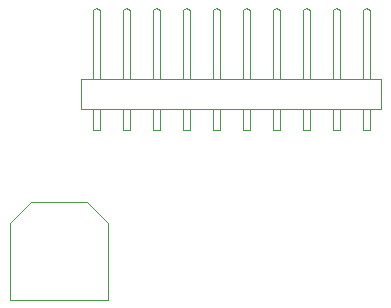
<source format=gbr>
G04*
G04 #@! TF.GenerationSoftware,Altium Limited,Altium Designer,24.0.1 (36)*
G04*
G04 Layer_Color=32768*
%FSLAX25Y25*%
%MOIN*%
G70*
G04*
G04 #@! TF.SameCoordinates,852D5C1C-0582-447D-AFC5-A22B4F0E1159*
G04*
G04*
G04 #@! TF.FilePolarity,Positive*
G04*
G01*
G75*
%ADD60C,0.00394*%
D60*
X46161Y223661D02*
Y249251D01*
Y223661D02*
X78839D01*
X53248Y256338D02*
X71752D01*
X46161Y249251D02*
X53248Y256338D01*
X71752D02*
X78839Y249251D01*
Y223661D02*
Y249251D01*
X73740Y280335D02*
X76260D01*
X83740D02*
X86260D01*
X93740D02*
X96260D01*
X103740D02*
X106260D01*
X83740D02*
Y287500D01*
X76260Y280335D02*
Y287500D01*
X73740Y280335D02*
Y287500D01*
X86260Y280335D02*
Y287500D01*
X93740Y280335D02*
Y287500D01*
X96260Y280335D02*
Y287500D01*
X103740Y280335D02*
Y287500D01*
X70000D02*
Y297500D01*
X76260D02*
Y320335D01*
X73740Y297500D02*
Y320335D01*
X93740Y297500D02*
Y320335D01*
X83740Y297500D02*
Y320335D01*
X86260Y297500D02*
Y320335D01*
X96260Y297500D02*
Y320335D01*
X103740Y297500D02*
Y320335D01*
X85000Y321122D02*
X86260Y320335D01*
X73740D02*
X75000Y321122D01*
X93740Y320335D02*
X95000Y321122D01*
X83740Y320335D02*
X85000Y321122D01*
X75000D02*
X76260Y320335D01*
X95000Y321122D02*
X96260Y320335D01*
X103740D02*
X105000Y321122D01*
X106260Y320335D01*
Y280335D02*
Y287500D01*
Y297500D02*
Y320335D01*
X113740Y280335D02*
Y287500D01*
Y297500D02*
Y320335D01*
X115000Y321122D01*
X113740Y280335D02*
X116260D01*
X115000Y321122D02*
X116260Y320335D01*
Y297500D02*
Y320335D01*
Y280335D02*
Y287500D01*
X70000Y297500D02*
X170000D01*
X70000Y287500D02*
X170000D01*
X123740Y297500D02*
Y320335D01*
Y280335D02*
Y287500D01*
Y320335D02*
X125000Y321122D01*
X123740Y280335D02*
X126260D01*
X125000Y321122D02*
X126260Y320335D01*
Y280335D02*
Y287500D01*
Y297500D02*
Y320335D01*
X133740Y297500D02*
Y320335D01*
Y280335D02*
Y287500D01*
Y320335D02*
X135000Y321122D01*
X133740Y280335D02*
X136260D01*
X135000Y321122D02*
X136260Y320335D01*
Y297500D02*
Y320335D01*
Y280335D02*
Y287500D01*
X143740Y280335D02*
Y287500D01*
Y297500D02*
Y320335D01*
X145000Y321122D01*
X143740Y280335D02*
X146260D01*
X145000Y321122D02*
X146260Y320335D01*
Y280335D02*
Y287500D01*
Y297500D02*
Y320335D01*
X153740Y280335D02*
Y287500D01*
Y297500D02*
Y320335D01*
X155000Y321122D01*
X153740Y280335D02*
X156260D01*
X155000Y321122D02*
X156260Y320335D01*
Y297500D02*
Y320335D01*
Y280335D02*
Y287500D01*
X163740Y280335D02*
Y287500D01*
Y297500D02*
Y320335D01*
X165000Y321122D01*
X163740Y280335D02*
X166260D01*
X165000Y321122D02*
X166260Y320335D01*
Y280335D02*
Y287500D01*
Y297500D02*
Y320335D01*
X170000Y287500D02*
Y297500D01*
M02*

</source>
